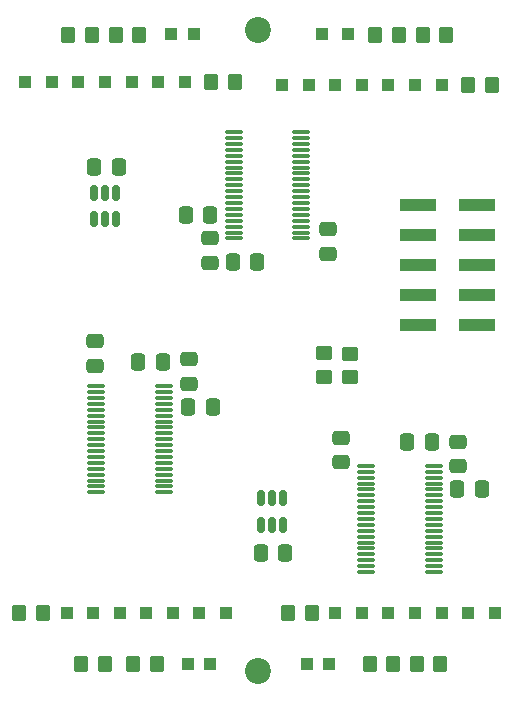
<source format=gbr>
%TF.GenerationSoftware,KiCad,Pcbnew,9.0.0*%
%TF.CreationDate,2025-05-12T15:22:34-04:00*%
%TF.ProjectId,design-files_BM,64657369-676e-42d6-9669-6c65735f424d,rev?*%
%TF.SameCoordinates,Original*%
%TF.FileFunction,Soldermask,Bot*%
%TF.FilePolarity,Negative*%
%FSLAX46Y46*%
G04 Gerber Fmt 4.6, Leading zero omitted, Abs format (unit mm)*
G04 Created by KiCad (PCBNEW 9.0.0) date 2025-05-12 15:22:34*
%MOMM*%
%LPD*%
G01*
G04 APERTURE LIST*
G04 Aperture macros list*
%AMRoundRect*
0 Rectangle with rounded corners*
0 $1 Rounding radius*
0 $2 $3 $4 $5 $6 $7 $8 $9 X,Y pos of 4 corners*
0 Add a 4 corners polygon primitive as box body*
4,1,4,$2,$3,$4,$5,$6,$7,$8,$9,$2,$3,0*
0 Add four circle primitives for the rounded corners*
1,1,$1+$1,$2,$3*
1,1,$1+$1,$4,$5*
1,1,$1+$1,$6,$7*
1,1,$1+$1,$8,$9*
0 Add four rect primitives between the rounded corners*
20,1,$1+$1,$2,$3,$4,$5,0*
20,1,$1+$1,$4,$5,$6,$7,0*
20,1,$1+$1,$6,$7,$8,$9,0*
20,1,$1+$1,$8,$9,$2,$3,0*%
G04 Aperture macros list end*
%ADD10C,2.200000*%
%ADD11RoundRect,0.250000X0.337500X0.475000X-0.337500X0.475000X-0.337500X-0.475000X0.337500X-0.475000X0*%
%ADD12R,1.000000X1.000000*%
%ADD13RoundRect,0.250000X0.350000X0.450000X-0.350000X0.450000X-0.350000X-0.450000X0.350000X-0.450000X0*%
%ADD14RoundRect,0.250000X-0.475000X0.337500X-0.475000X-0.337500X0.475000X-0.337500X0.475000X0.337500X0*%
%ADD15RoundRect,0.250000X-0.337500X-0.475000X0.337500X-0.475000X0.337500X0.475000X-0.337500X0.475000X0*%
%ADD16RoundRect,0.075000X0.662500X0.075000X-0.662500X0.075000X-0.662500X-0.075000X0.662500X-0.075000X0*%
%ADD17R,3.150000X1.000000*%
%ADD18RoundRect,0.250000X0.475000X-0.337500X0.475000X0.337500X-0.475000X0.337500X-0.475000X-0.337500X0*%
%ADD19RoundRect,0.250000X0.450000X-0.350000X0.450000X0.350000X-0.450000X0.350000X-0.450000X-0.350000X0*%
%ADD20RoundRect,0.150000X0.150000X-0.512500X0.150000X0.512500X-0.150000X0.512500X-0.150000X-0.512500X0*%
%ADD21RoundRect,0.250000X-0.350000X-0.450000X0.350000X-0.450000X0.350000X0.450000X-0.350000X0.450000X0*%
%ADD22RoundRect,0.250000X-0.450000X0.350000X-0.450000X-0.350000X0.450000X-0.350000X0.450000X0.350000X0*%
%ADD23RoundRect,0.075000X-0.662500X-0.075000X0.662500X-0.075000X0.662500X0.075000X-0.662500X0.075000X0*%
%ADD24RoundRect,0.150000X-0.150000X0.512500X-0.150000X-0.512500X0.150000X-0.512500X0.150000X0.512500X0*%
G04 APERTURE END LIST*
D10*
%TO.C,REF\u002A\u002A*%
X32070000Y-11590000D03*
%TD*%
%TO.C,REF\u002A\u002A*%
X32070000Y-65890000D03*
%TD*%
D11*
%TO.C,C8*%
X46795000Y-46490000D03*
X44720000Y-46490000D03*
%TD*%
D12*
%TO.C,TP4:4*%
X43120000Y-16240000D03*
%TD*%
%TO.C,TP3:6*%
X16870000Y-15990000D03*
%TD*%
D11*
%TO.C,C12*%
X24020000Y-39740000D03*
X21945000Y-39740000D03*
%TD*%
D12*
%TO.C,TP4:8*%
X34120000Y-16240000D03*
%TD*%
D13*
%TO.C,R11*%
X48020000Y-11990000D03*
X46020000Y-11990000D03*
%TD*%
%TO.C,R5*%
X19120000Y-65290000D03*
X17120000Y-65290000D03*
%TD*%
%TO.C,R6*%
X23520000Y-65290000D03*
X21520000Y-65290000D03*
%TD*%
D12*
%TO.C,TP2:8*%
X52120000Y-60990000D03*
%TD*%
%TO.C,L4*%
X39670000Y-11890000D03*
%TD*%
%TO.C,TP1:7*%
X27120000Y-60990000D03*
%TD*%
%TO.C,TP4:3*%
X45370000Y-16240000D03*
%TD*%
%TO.C,TP1:2*%
X15870000Y-60990000D03*
%TD*%
D14*
%TO.C,C17*%
X39140000Y-46122500D03*
X39140000Y-48197500D03*
%TD*%
D12*
%TO.C,TP2:3*%
X40870000Y-60990000D03*
%TD*%
%TO.C,TP1:5*%
X22620000Y-60990000D03*
%TD*%
%TO.C,TP1:4*%
X20370000Y-60990000D03*
%TD*%
D15*
%TO.C,C19*%
X18202500Y-23220000D03*
X20277500Y-23220000D03*
%TD*%
D12*
%TO.C,TP3:7*%
X14620000Y-15990000D03*
%TD*%
%TO.C,TP2:6*%
X47620000Y-60990000D03*
%TD*%
%TO.C,TP4:7*%
X36370000Y-16240000D03*
%TD*%
D13*
%TO.C,R9*%
X22020000Y-11990000D03*
X20020000Y-11990000D03*
%TD*%
%TO.C,R15*%
X36620000Y-60990000D03*
X34620000Y-60990000D03*
%TD*%
D12*
%TO.C,TP4:6*%
X38620000Y-16240000D03*
%TD*%
D16*
%TO.C,U8*%
X24095000Y-41740000D03*
X24095000Y-42240000D03*
X24095000Y-42740000D03*
X24095000Y-43240000D03*
X24095000Y-43740000D03*
X24095000Y-44240000D03*
X24095000Y-44740000D03*
X24095000Y-45240000D03*
X24095000Y-45740000D03*
X24095000Y-46240000D03*
X24095000Y-46740000D03*
X24095000Y-47240000D03*
X24095000Y-47740000D03*
X24095000Y-48240000D03*
X24095000Y-48740000D03*
X24095000Y-49240000D03*
X24095000Y-49740000D03*
X24095000Y-50240000D03*
X24095000Y-50740000D03*
X18370000Y-50740000D03*
X18370000Y-50240000D03*
X18370000Y-49740000D03*
X18370000Y-49240000D03*
X18370000Y-48740000D03*
X18370000Y-48240000D03*
X18370000Y-47740000D03*
X18370000Y-47240000D03*
X18370000Y-46740000D03*
X18370000Y-46240000D03*
X18370000Y-45740000D03*
X18370000Y-45240000D03*
X18370000Y-44740000D03*
X18370000Y-44240000D03*
X18370000Y-43740000D03*
X18370000Y-43240000D03*
X18370000Y-42740000D03*
X18370000Y-42240000D03*
X18370000Y-41740000D03*
%TD*%
D17*
%TO.C,J2*%
X45595000Y-36570000D03*
X50645000Y-36570000D03*
X45595000Y-34030000D03*
X50645000Y-34030000D03*
X45595000Y-31490000D03*
X50645000Y-31490000D03*
X45595000Y-28950000D03*
X50645000Y-28950000D03*
X45595000Y-26410000D03*
X50645000Y-26410000D03*
%TD*%
D12*
%TO.C,E2*%
X38120000Y-65290000D03*
%TD*%
D18*
%TO.C,C15*%
X49007500Y-48527500D03*
X49007500Y-46452500D03*
%TD*%
D11*
%TO.C,C9*%
X28020000Y-27240000D03*
X25945000Y-27240000D03*
%TD*%
D12*
%TO.C,TP1:3*%
X18120000Y-60990000D03*
%TD*%
D18*
%TO.C,C13*%
X26232500Y-41527500D03*
X26232500Y-39452500D03*
%TD*%
D13*
%TO.C,R16*%
X13870000Y-60990000D03*
X11870000Y-60990000D03*
%TD*%
D12*
%TO.C,TP2:4*%
X43120000Y-60990000D03*
%TD*%
%TO.C,TP3:5*%
X19120000Y-15990000D03*
%TD*%
%TO.C,TP3:2*%
X25870000Y-15990000D03*
%TD*%
%TO.C,TP2:7*%
X49870000Y-60990000D03*
%TD*%
D18*
%TO.C,C11*%
X37982500Y-30527500D03*
X37982500Y-28452500D03*
%TD*%
D12*
%TO.C,L1*%
X26170000Y-65290000D03*
%TD*%
%TO.C,TP4:5*%
X40870000Y-16240000D03*
%TD*%
D19*
%TO.C,R4*%
X39870000Y-40990000D03*
X39870000Y-38990000D03*
%TD*%
D12*
%TO.C,E1*%
X28020000Y-65290000D03*
%TD*%
D20*
%TO.C,U7*%
X34220000Y-53480000D03*
X33270000Y-53480000D03*
X32320000Y-53480000D03*
X32320000Y-51205000D03*
X33270000Y-51205000D03*
X34220000Y-51205000D03*
%TD*%
D15*
%TO.C,C16*%
X48970000Y-50490000D03*
X51045000Y-50490000D03*
%TD*%
D21*
%TO.C,R14*%
X28120000Y-15990000D03*
X30120000Y-15990000D03*
%TD*%
D16*
%TO.C,U6*%
X46982500Y-48490000D03*
X46982500Y-48990000D03*
X46982500Y-49490000D03*
X46982500Y-49990000D03*
X46982500Y-50490000D03*
X46982500Y-50990000D03*
X46982500Y-51490000D03*
X46982500Y-51990000D03*
X46982500Y-52490000D03*
X46982500Y-52990000D03*
X46982500Y-53490000D03*
X46982500Y-53990000D03*
X46982500Y-54490000D03*
X46982500Y-54990000D03*
X46982500Y-55490000D03*
X46982500Y-55990000D03*
X46982500Y-56490000D03*
X46982500Y-56990000D03*
X46982500Y-57490000D03*
X41257500Y-57490000D03*
X41257500Y-56990000D03*
X41257500Y-56490000D03*
X41257500Y-55990000D03*
X41257500Y-55490000D03*
X41257500Y-54990000D03*
X41257500Y-54490000D03*
X41257500Y-53990000D03*
X41257500Y-53490000D03*
X41257500Y-52990000D03*
X41257500Y-52490000D03*
X41257500Y-51990000D03*
X41257500Y-51490000D03*
X41257500Y-50990000D03*
X41257500Y-50490000D03*
X41257500Y-49990000D03*
X41257500Y-49490000D03*
X41257500Y-48990000D03*
X41257500Y-48490000D03*
%TD*%
D11*
%TO.C,C6*%
X34395000Y-55882500D03*
X32320000Y-55882500D03*
%TD*%
D12*
%TO.C,L3*%
X26620000Y-11890000D03*
%TD*%
D21*
%TO.C,R13*%
X49870000Y-16240000D03*
X51870000Y-16240000D03*
%TD*%
D12*
%TO.C,TP4:2*%
X47620000Y-16240000D03*
%TD*%
D14*
%TO.C,C18*%
X18310000Y-37952500D03*
X18310000Y-40027500D03*
%TD*%
D12*
%TO.C,TP1:8*%
X29370000Y-60990000D03*
%TD*%
%TO.C,TP3:3*%
X23620000Y-15990000D03*
%TD*%
D13*
%TO.C,R10*%
X18020000Y-11990000D03*
X16020000Y-11990000D03*
%TD*%
D12*
%TO.C,TP1:6*%
X24870000Y-60990000D03*
%TD*%
D15*
%TO.C,C14*%
X26195000Y-43490000D03*
X28270000Y-43490000D03*
%TD*%
D13*
%TO.C,R12*%
X44020000Y-11990000D03*
X42020000Y-11990000D03*
%TD*%
%TO.C,R8*%
X47520000Y-65290000D03*
X45520000Y-65290000D03*
%TD*%
D12*
%TO.C,L2*%
X36270000Y-65290000D03*
%TD*%
%TO.C,E3*%
X24720000Y-11890000D03*
%TD*%
%TO.C,E4*%
X37520000Y-11890000D03*
%TD*%
%TO.C,TP3:4*%
X21370000Y-15990000D03*
%TD*%
%TO.C,TP2:5*%
X45370000Y-60990000D03*
%TD*%
D22*
%TO.C,R3*%
X37630000Y-38970000D03*
X37630000Y-40970000D03*
%TD*%
D23*
%TO.C,U9*%
X30007500Y-29240000D03*
X30007500Y-28740000D03*
X30007500Y-28240000D03*
X30007500Y-27740000D03*
X30007500Y-27240000D03*
X30007500Y-26740000D03*
X30007500Y-26240000D03*
X30007500Y-25740000D03*
X30007500Y-25240000D03*
X30007500Y-24740000D03*
X30007500Y-24240000D03*
X30007500Y-23740000D03*
X30007500Y-23240000D03*
X30007500Y-22740000D03*
X30007500Y-22240000D03*
X30007500Y-21740000D03*
X30007500Y-21240000D03*
X30007500Y-20740000D03*
X30007500Y-20240000D03*
X35732500Y-20240000D03*
X35732500Y-20740000D03*
X35732500Y-21240000D03*
X35732500Y-21740000D03*
X35732500Y-22240000D03*
X35732500Y-22740000D03*
X35732500Y-23240000D03*
X35732500Y-23740000D03*
X35732500Y-24240000D03*
X35732500Y-24740000D03*
X35732500Y-25240000D03*
X35732500Y-25740000D03*
X35732500Y-26240000D03*
X35732500Y-26740000D03*
X35732500Y-27240000D03*
X35732500Y-27740000D03*
X35732500Y-28240000D03*
X35732500Y-28740000D03*
X35732500Y-29240000D03*
%TD*%
D12*
%TO.C,TP2:2*%
X38620000Y-60990000D03*
%TD*%
D24*
%TO.C,U10*%
X18170000Y-25352500D03*
X19120000Y-25352500D03*
X20070000Y-25352500D03*
X20070000Y-27627500D03*
X19120000Y-27627500D03*
X18170000Y-27627500D03*
%TD*%
D15*
%TO.C,C7*%
X29945000Y-31240000D03*
X32020000Y-31240000D03*
%TD*%
D12*
%TO.C,TP3:8*%
X12370000Y-15990000D03*
%TD*%
D14*
%TO.C,C10*%
X27982500Y-29202500D03*
X27982500Y-31277500D03*
%TD*%
D13*
%TO.C,R7*%
X43520000Y-65290000D03*
X41520000Y-65290000D03*
%TD*%
M02*

</source>
